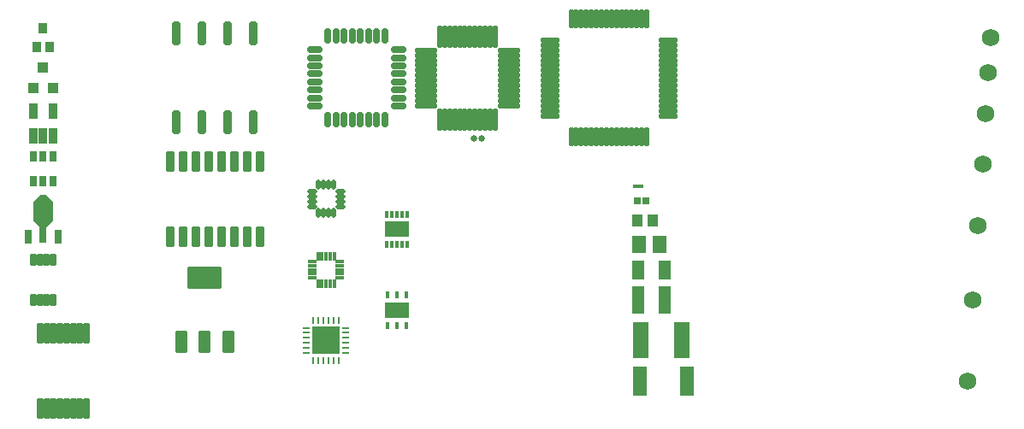
<source format=gts>
G04*
G04 #@! TF.GenerationSoftware,Altium Limited,Altium Designer,21.2.2 (38)*
G04*
G04 Layer_Color=8388736*
%FSLAX25Y25*%
%MOIN*%
G70*
G04*
G04 #@! TF.SameCoordinates,8CE579DD-E24D-4BF9-88A6-D400C93C7681*
G04*
G04*
G04 #@! TF.FilePolarity,Negative*
G04*
G01*
G75*
%ADD15R,0.05721X0.11430*%
%ADD16R,0.06312X0.14186*%
%ADD17R,0.05131X0.11036*%
%ADD18R,0.05524X0.06509*%
%ADD19R,0.02178X0.01784*%
%ADD20R,0.03162X0.02965*%
%ADD21R,0.03950X0.04737*%
%ADD22R,0.05131X0.07493*%
%ADD23R,0.09252X0.06221*%
%ADD24R,0.01181X0.02756*%
%ADD25R,0.09409X0.06299*%
%ADD26R,0.01811X0.02795*%
%ADD27R,0.10827X0.10827*%
%ADD28R,0.02756X0.00984*%
%ADD29R,0.00984X0.02756*%
%ADD30O,0.01587X0.03753*%
%ADD31O,0.03753X0.01587*%
%ADD32O,0.03950X0.01784*%
%ADD33O,0.01784X0.03950*%
G04:AMPARAMS|DCode=34|XSize=19.81mil|YSize=72.96mil|CornerRadius=5.95mil|HoleSize=0mil|Usage=FLASHONLY|Rotation=90.000|XOffset=0mil|YOffset=0mil|HoleType=Round|Shape=RoundedRectangle|*
%AMROUNDEDRECTD34*
21,1,0.01981,0.06106,0,0,90.0*
21,1,0.00791,0.07296,0,0,90.0*
1,1,0.01190,0.03053,0.00396*
1,1,0.01190,0.03053,-0.00396*
1,1,0.01190,-0.03053,-0.00396*
1,1,0.01190,-0.03053,0.00396*
%
%ADD34ROUNDEDRECTD34*%
G04:AMPARAMS|DCode=35|XSize=19.81mil|YSize=72.96mil|CornerRadius=5.95mil|HoleSize=0mil|Usage=FLASHONLY|Rotation=0.000|XOffset=0mil|YOffset=0mil|HoleType=Round|Shape=RoundedRectangle|*
%AMROUNDEDRECTD35*
21,1,0.01981,0.06106,0,0,0.0*
21,1,0.00791,0.07296,0,0,0.0*
1,1,0.01190,0.00396,-0.03053*
1,1,0.01190,-0.00396,-0.03053*
1,1,0.01190,-0.00396,0.03053*
1,1,0.01190,0.00396,0.03053*
%
%ADD35ROUNDEDRECTD35*%
%ADD36O,0.09068X0.01981*%
%ADD37O,0.01981X0.09068*%
%ADD38O,0.02965X0.06115*%
%ADD39O,0.06115X0.02965*%
G04:AMPARAMS|DCode=40|XSize=31.62mil|YSize=92.65mil|CornerRadius=6.01mil|HoleSize=0mil|Usage=FLASHONLY|Rotation=180.000|XOffset=0mil|YOffset=0mil|HoleType=Round|Shape=RoundedRectangle|*
%AMROUNDEDRECTD40*
21,1,0.03162,0.08063,0,0,180.0*
21,1,0.01961,0.09265,0,0,180.0*
1,1,0.01202,-0.00980,0.04031*
1,1,0.01202,0.00980,0.04031*
1,1,0.01202,0.00980,-0.04031*
1,1,0.01202,-0.00980,-0.04031*
%
%ADD40ROUNDEDRECTD40*%
G04:AMPARAMS|DCode=41|XSize=33.59mil|YSize=80.83mil|CornerRadius=5.92mil|HoleSize=0mil|Usage=FLASHONLY|Rotation=180.000|XOffset=0mil|YOffset=0mil|HoleType=Round|Shape=RoundedRectangle|*
%AMROUNDEDRECTD41*
21,1,0.03359,0.06900,0,0,180.0*
21,1,0.02175,0.08083,0,0,180.0*
1,1,0.01184,-0.01088,0.03450*
1,1,0.01184,0.01088,0.03450*
1,1,0.01184,0.01088,-0.03450*
1,1,0.01184,-0.01088,-0.03450*
%
%ADD41ROUNDEDRECTD41*%
G04:AMPARAMS|DCode=42|XSize=25.72mil|YSize=80.83mil|CornerRadius=5.95mil|HoleSize=0mil|Usage=FLASHONLY|Rotation=180.000|XOffset=0mil|YOffset=0mil|HoleType=Round|Shape=RoundedRectangle|*
%AMROUNDEDRECTD42*
21,1,0.02572,0.06894,0,0,180.0*
21,1,0.01382,0.08083,0,0,180.0*
1,1,0.01190,-0.00691,0.03447*
1,1,0.01190,0.00691,0.03447*
1,1,0.01190,0.00691,-0.03447*
1,1,0.01190,-0.00691,-0.03447*
%
%ADD42ROUNDEDRECTD42*%
G04:AMPARAMS|DCode=43|XSize=23.75mil|YSize=49.34mil|CornerRadius=5.97mil|HoleSize=0mil|Usage=FLASHONLY|Rotation=180.000|XOffset=0mil|YOffset=0mil|HoleType=Round|Shape=RoundedRectangle|*
%AMROUNDEDRECTD43*
21,1,0.02375,0.03740,0,0,180.0*
21,1,0.01181,0.04934,0,0,180.0*
1,1,0.01194,-0.00591,0.01870*
1,1,0.01194,0.00591,0.01870*
1,1,0.01194,0.00591,-0.01870*
1,1,0.01194,-0.00591,-0.01870*
%
%ADD43ROUNDEDRECTD43*%
G04:AMPARAMS|DCode=44|XSize=135.95mil|YSize=88.71mil|CornerRadius=6.02mil|HoleSize=0mil|Usage=FLASHONLY|Rotation=180.000|XOffset=0mil|YOffset=0mil|HoleType=Round|Shape=RoundedRectangle|*
%AMROUNDEDRECTD44*
21,1,0.13595,0.07667,0,0,180.0*
21,1,0.12392,0.08871,0,0,180.0*
1,1,0.01204,-0.06196,0.03834*
1,1,0.01204,0.06196,0.03834*
1,1,0.01204,0.06196,-0.03834*
1,1,0.01204,-0.06196,-0.03834*
%
%ADD44ROUNDEDRECTD44*%
G04:AMPARAMS|DCode=45|XSize=47.37mil|YSize=88.71mil|CornerRadius=5.97mil|HoleSize=0mil|Usage=FLASHONLY|Rotation=180.000|XOffset=0mil|YOffset=0mil|HoleType=Round|Shape=RoundedRectangle|*
%AMROUNDEDRECTD45*
21,1,0.04737,0.07677,0,0,180.0*
21,1,0.03543,0.08871,0,0,180.0*
1,1,0.01194,-0.01772,0.03839*
1,1,0.01194,0.01772,0.03839*
1,1,0.01194,0.01772,-0.03839*
1,1,0.01194,-0.01772,-0.03839*
%
%ADD45ROUNDEDRECTD45*%
%ADD46R,0.02769X0.05524*%
%ADD47R,0.02769X0.07099*%
%ADD48R,0.03556X0.05918*%
%ADD49R,0.02965X0.03950*%
%ADD50R,0.03556X0.04343*%
%ADD51R,0.03950X0.04343*%
%ADD52C,0.06800*%
%ADD53C,0.02520*%
G36*
X16785Y111815D02*
X16836Y111804D01*
X16886Y111788D01*
X16933Y111765D01*
X16976Y111735D01*
X17016Y111701D01*
X19575Y109142D01*
X19609Y109102D01*
X19638Y109059D01*
X19662Y109012D01*
X19679Y108962D01*
X19689Y108911D01*
X19692Y108858D01*
Y102165D01*
X19689Y102113D01*
X19679Y102062D01*
X19662Y102012D01*
X19638Y101965D01*
X19609Y101921D01*
X19575Y101882D01*
X17016Y99323D01*
X16976Y99288D01*
X16933Y99259D01*
X16886Y99236D01*
X16836Y99219D01*
X16785Y99209D01*
X16732Y99205D01*
X14764D01*
X14712Y99209D01*
X14660Y99219D01*
X14610Y99236D01*
X14563Y99259D01*
X14520Y99288D01*
X14480Y99323D01*
X11921Y101882D01*
X11887Y101921D01*
X11858Y101965D01*
X11834Y102012D01*
X11817Y102062D01*
X11807Y102113D01*
X11804Y102165D01*
Y108858D01*
X11807Y108911D01*
X11817Y108962D01*
X11834Y109012D01*
X11858Y109059D01*
X11887Y109102D01*
X11921Y109142D01*
X14480Y111701D01*
X14520Y111735D01*
X14563Y111765D01*
X14610Y111788D01*
X14660Y111804D01*
X14712Y111815D01*
X14764Y111818D01*
X16732D01*
X16785Y111815D01*
D02*
G37*
D15*
X266732Y39370D02*
D03*
X248228D02*
D03*
D16*
X248622Y55118D02*
D03*
X264764D02*
D03*
D17*
X257874Y70866D02*
D03*
X247638D02*
D03*
D18*
X248031Y92520D02*
D03*
X255906D02*
D03*
D19*
X246555Y115354D02*
D03*
X248721D02*
D03*
D20*
X250492Y109449D02*
D03*
X247146D02*
D03*
D21*
X253346Y101969D02*
D03*
X247441D02*
D03*
D22*
X257874Y82677D02*
D03*
X247638D02*
D03*
D23*
X153543Y98425D02*
D03*
D24*
X149606Y104232D02*
D03*
X151575D02*
D03*
X153543D02*
D03*
X155512D02*
D03*
X157480D02*
D03*
Y92618D02*
D03*
X155512D02*
D03*
X153543D02*
D03*
X151575D02*
D03*
X149606D02*
D03*
D25*
X153543Y66929D02*
D03*
D26*
X149803Y72835D02*
D03*
X153543D02*
D03*
X157283D02*
D03*
Y61024D02*
D03*
X153543D02*
D03*
X149803D02*
D03*
D27*
X125984Y55118D02*
D03*
D28*
X118209Y50197D02*
D03*
Y52165D02*
D03*
Y54134D02*
D03*
Y56102D02*
D03*
Y58071D02*
D03*
Y60039D02*
D03*
X133760D02*
D03*
Y58071D02*
D03*
Y56102D02*
D03*
Y54134D02*
D03*
Y52165D02*
D03*
Y50197D02*
D03*
D29*
X121063Y62894D02*
D03*
X123031D02*
D03*
X125000D02*
D03*
X126969D02*
D03*
X128937D02*
D03*
X130905D02*
D03*
Y47343D02*
D03*
X128937D02*
D03*
X126969D02*
D03*
X125000D02*
D03*
X123031D02*
D03*
X121063D02*
D03*
D30*
X122835Y77362D02*
D03*
X124409D02*
D03*
X125984D02*
D03*
X127559D02*
D03*
X129134D02*
D03*
Y87992D02*
D03*
X127559D02*
D03*
X125984D02*
D03*
X124409D02*
D03*
X122835D02*
D03*
D31*
X131299Y79528D02*
D03*
Y81102D02*
D03*
Y82677D02*
D03*
Y84252D02*
D03*
Y85827D02*
D03*
X120669D02*
D03*
Y84252D02*
D03*
Y82677D02*
D03*
Y81102D02*
D03*
Y79528D02*
D03*
D32*
X120472Y107283D02*
D03*
Y109252D02*
D03*
Y111221D02*
D03*
Y113189D02*
D03*
X131496D02*
D03*
Y111221D02*
D03*
Y109252D02*
D03*
Y107283D02*
D03*
D33*
X123031Y115748D02*
D03*
X125000D02*
D03*
X126969D02*
D03*
X128937D02*
D03*
Y104724D02*
D03*
X126969D02*
D03*
X125000D02*
D03*
X123031D02*
D03*
D34*
X213287Y172244D02*
D03*
Y170276D02*
D03*
Y168307D02*
D03*
Y166339D02*
D03*
Y164370D02*
D03*
Y162402D02*
D03*
Y160433D02*
D03*
Y158465D02*
D03*
Y156496D02*
D03*
Y154527D02*
D03*
Y152559D02*
D03*
Y150591D02*
D03*
Y148622D02*
D03*
Y146653D02*
D03*
Y144685D02*
D03*
Y142717D02*
D03*
X259154D02*
D03*
Y144685D02*
D03*
Y146653D02*
D03*
Y148622D02*
D03*
Y150591D02*
D03*
Y152559D02*
D03*
Y154527D02*
D03*
Y156496D02*
D03*
Y158465D02*
D03*
Y160433D02*
D03*
Y162402D02*
D03*
Y164370D02*
D03*
Y166339D02*
D03*
Y168307D02*
D03*
Y170276D02*
D03*
Y172244D02*
D03*
D35*
X221457Y134547D02*
D03*
X223425D02*
D03*
X225394D02*
D03*
X227362D02*
D03*
X229331D02*
D03*
X231299D02*
D03*
X233268D02*
D03*
X235236D02*
D03*
X237205D02*
D03*
X239173D02*
D03*
X241142D02*
D03*
X243110D02*
D03*
X245079D02*
D03*
X247047D02*
D03*
X249016D02*
D03*
X250984D02*
D03*
Y180413D02*
D03*
X249016D02*
D03*
X247047D02*
D03*
X245079D02*
D03*
X243110D02*
D03*
X241142D02*
D03*
X239173D02*
D03*
X237205D02*
D03*
X235236D02*
D03*
X233268D02*
D03*
X231299D02*
D03*
X229331D02*
D03*
X227362D02*
D03*
X225394D02*
D03*
X223425D02*
D03*
X221457D02*
D03*
D36*
X164961Y168307D02*
D03*
Y166339D02*
D03*
Y164370D02*
D03*
Y162402D02*
D03*
Y160433D02*
D03*
Y158465D02*
D03*
Y156496D02*
D03*
Y154527D02*
D03*
Y152559D02*
D03*
Y150591D02*
D03*
Y148622D02*
D03*
Y146653D02*
D03*
X197244D02*
D03*
Y148622D02*
D03*
Y150591D02*
D03*
Y152559D02*
D03*
Y154527D02*
D03*
Y156496D02*
D03*
Y158465D02*
D03*
Y160433D02*
D03*
Y162402D02*
D03*
Y164370D02*
D03*
Y166339D02*
D03*
Y168307D02*
D03*
D37*
X170276Y141339D02*
D03*
X172244D02*
D03*
X174213D02*
D03*
X176181D02*
D03*
X178150D02*
D03*
X180118D02*
D03*
X182087D02*
D03*
X184055D02*
D03*
X186024D02*
D03*
X187992D02*
D03*
X189961D02*
D03*
X191929D02*
D03*
Y173622D02*
D03*
X189961D02*
D03*
X187992D02*
D03*
X186024D02*
D03*
X184055D02*
D03*
X182087D02*
D03*
X180118D02*
D03*
X178150D02*
D03*
X176181D02*
D03*
X174213D02*
D03*
X172244D02*
D03*
X170276D02*
D03*
D38*
X126772Y173819D02*
D03*
X129921D02*
D03*
X133071D02*
D03*
X136221D02*
D03*
X139370D02*
D03*
X142520D02*
D03*
X145669D02*
D03*
X148819D02*
D03*
Y141142D02*
D03*
X145669D02*
D03*
X142520D02*
D03*
X139370D02*
D03*
X136221D02*
D03*
X133071D02*
D03*
X129921D02*
D03*
X126772D02*
D03*
D39*
X154134Y168504D02*
D03*
Y165354D02*
D03*
Y162205D02*
D03*
Y159055D02*
D03*
Y155905D02*
D03*
Y152756D02*
D03*
Y149606D02*
D03*
Y146457D02*
D03*
X121457D02*
D03*
Y149606D02*
D03*
Y152756D02*
D03*
Y155905D02*
D03*
Y159055D02*
D03*
Y162205D02*
D03*
Y165354D02*
D03*
Y168504D02*
D03*
D40*
X97677Y174902D02*
D03*
X87677D02*
D03*
X77677D02*
D03*
X67677D02*
D03*
X97677Y140059D02*
D03*
X87677D02*
D03*
X77677D02*
D03*
X67677D02*
D03*
D41*
X65177Y95571D02*
D03*
X70177D02*
D03*
X75177D02*
D03*
X80177D02*
D03*
X85177D02*
D03*
X90177D02*
D03*
X95177D02*
D03*
X100177D02*
D03*
X65177Y124902D02*
D03*
X70177D02*
D03*
X75177D02*
D03*
X80177D02*
D03*
X85177D02*
D03*
X90177D02*
D03*
X95177D02*
D03*
X100177D02*
D03*
D42*
X32579Y57973D02*
D03*
X30020D02*
D03*
X27461D02*
D03*
X24902D02*
D03*
X22343D02*
D03*
X19783D02*
D03*
X17224D02*
D03*
X14665D02*
D03*
X32579Y28642D02*
D03*
X30020D02*
D03*
X27461D02*
D03*
X24902D02*
D03*
X22343D02*
D03*
X19783D02*
D03*
X17224D02*
D03*
X14665D02*
D03*
D43*
X19587Y86516D02*
D03*
X17028D02*
D03*
X14469D02*
D03*
X11909D02*
D03*
X19587Y70965D02*
D03*
X17028D02*
D03*
X14469D02*
D03*
X11909D02*
D03*
D44*
X78740Y79429D02*
D03*
D45*
X87795Y54429D02*
D03*
X78740D02*
D03*
X69685D02*
D03*
D46*
X21654Y95669D02*
D03*
X9843D02*
D03*
D47*
X15748Y96457D02*
D03*
D48*
X12008Y135039D02*
D03*
X15748D02*
D03*
X19488D02*
D03*
Y144488D02*
D03*
X12008D02*
D03*
D49*
Y117323D02*
D03*
X15748D02*
D03*
X19488D02*
D03*
Y126772D02*
D03*
X15748D02*
D03*
X12008D02*
D03*
D50*
X13189Y169488D02*
D03*
X18307D02*
D03*
X15748Y176969D02*
D03*
D51*
X12008Y153543D02*
D03*
X19488D02*
D03*
X15748Y161417D02*
D03*
D52*
X377953Y70866D02*
D03*
X375984Y39370D02*
D03*
X379921Y100000D02*
D03*
X381890Y124016D02*
D03*
X383071Y143701D02*
D03*
X383858Y159449D02*
D03*
X385039Y173228D02*
D03*
D53*
X183465Y133858D02*
D03*
X186614D02*
D03*
M02*

</source>
